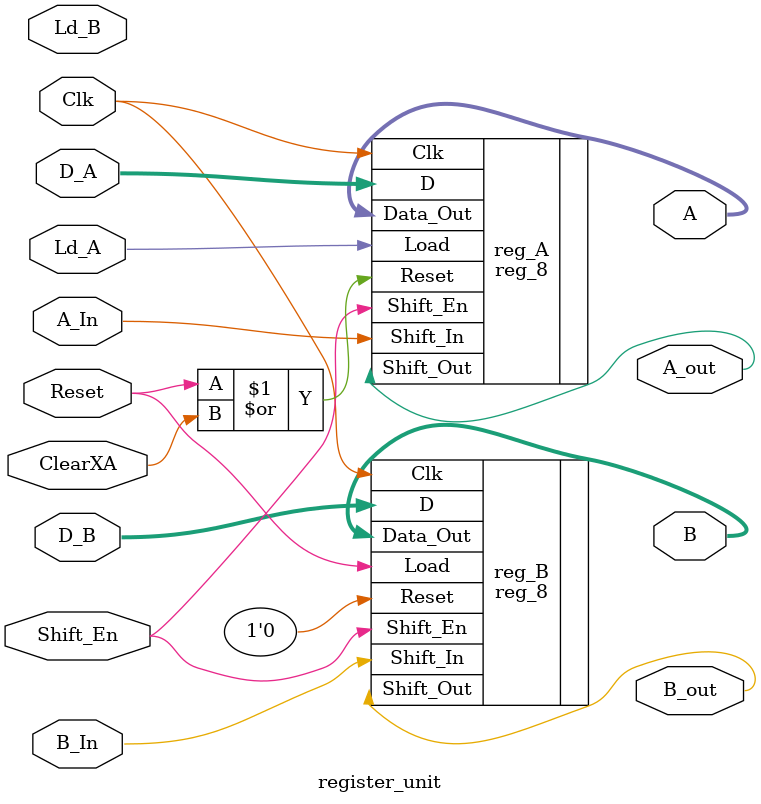
<source format=sv>
module register_unit (input  logic Clk, A_In, B_In, Ld_A, Ld_B, 
                            Shift_En, Reset, ClearXA,
                      input  logic [7:0]  D_A, D_B, 
                      output logic A_out, B_out, 
                      output logic [7:0]  A,
                      output logic [7:0]  B);


    reg_8  reg_A (.Clk(Clk), .Reset(Reset | ClearXA), .Shift_In(A_In), .Load(Ld_A), .Shift_En(Shift_En),
	               .D(D_A), .Shift_Out(A_out), .Data_Out(A));
    reg_8  reg_B (.Clk(Clk), .Reset(1'b0), .Shift_In(B_In), .Load(Reset), .Shift_En(Shift_En),
	               .D(D_B), .Shift_Out(B_out), .Data_Out(B));

endmodule
</source>
